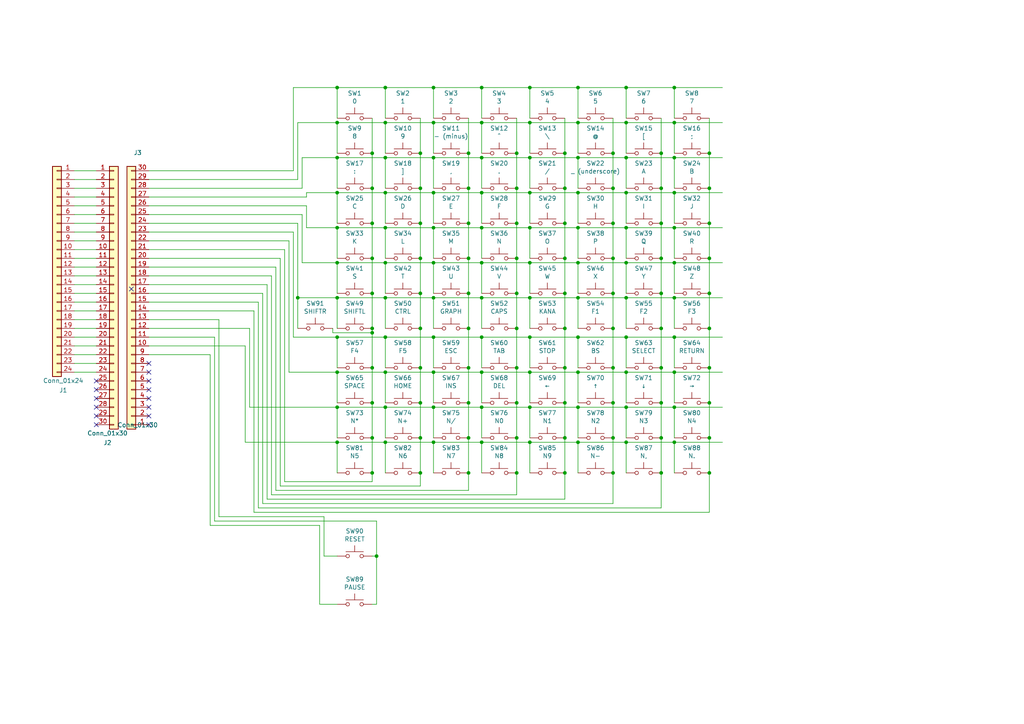
<source format=kicad_sch>
(kicad_sch (version 20210621) (generator eeschema)
  (paper "A4")
  (title_block (title "HB-F1XD keyboard"))
  (lib_symbols
    (symbol "Connector_Generic:Conn_01x24" (pin_names (offset 1.016) hide)
      (property "Reference" "J" (at 0 30.48 0))
      (property "Value" "Conn_01x24" (at 0 -33.02 0))
      (symbol "Conn_01x24_1_1"
        (pin passive line (at -5.08 27.94 0) (length 3.81) (name "Pin_1") (number "1"))
        (pin passive line (at -5.08 5.08 0) (length 3.81) (name "Pin_10") (number "10"))
        (pin passive line (at -5.08 2.54 0) (length 3.81) (name "Pin_11") (number "11"))
        (pin passive line (at -5.08 0 0) (length 3.81) (name "Pin_12") (number "12"))
        (pin passive line (at -5.08 -2.54 0) (length 3.81) (name "Pin_13") (number "13"))
        (pin passive line (at -5.08 -5.08 0) (length 3.81) (name "Pin_14") (number "14"))
        (pin passive line (at -5.08 -7.62 0) (length 3.81) (name "Pin_15") (number "15"))
        (pin passive line (at -5.08 -10.16 0) (length 3.81) (name "Pin_16") (number "16"))
        (pin passive line (at -5.08 -12.7 0) (length 3.81) (name "Pin_17") (number "17"))
        (pin passive line (at -5.08 -15.24 0) (length 3.81) (name "Pin_18") (number "18"))
        (pin passive line (at -5.08 -17.78 0) (length 3.81) (name "Pin_19") (number "19"))
        (pin passive line (at -5.08 25.4 0) (length 3.81) (name "Pin_2") (number "2"))
        (pin passive line (at -5.08 -20.32 0) (length 3.81) (name "Pin_20") (number "20"))
        (pin passive line (at -5.08 -22.86 0) (length 3.81) (name "Pin_21") (number "21"))
        (pin passive line (at -5.08 -25.4 0) (length 3.81) (name "Pin_22") (number "22"))
        (pin passive line (at -5.08 -27.94 0) (length 3.81) (name "Pin_23") (number "23"))
        (pin passive line (at -5.08 -30.48 0) (length 3.81) (name "Pin_24") (number "24"))
        (pin passive line (at -5.08 22.86 0) (length 3.81) (name "Pin_3") (number "3"))
        (pin passive line (at -5.08 20.32 0) (length 3.81) (name "Pin_4") (number "4"))
        (pin passive line (at -5.08 17.78 0) (length 3.81) (name "Pin_5") (number "5"))
        (pin passive line (at -5.08 15.24 0) (length 3.81) (name "Pin_6") (number "6"))
        (pin passive line (at -5.08 12.7 0) (length 3.81) (name "Pin_7") (number "7"))
        (pin passive line (at -5.08 10.16 0) (length 3.81) (name "Pin_8") (number "8"))
        (pin passive line (at -5.08 7.62 0) (length 3.81) (name "Pin_9") (number "9"))
      )
    )
    (symbol "Connector_Generic:Conn_01x30" (pin_names (offset 1.016) hide)
      (property "Reference" "J" (at 0 38.1 0))
      (property "Value" "Conn_01x30" (at 0 -40.64 0))
      (symbol "Conn_01x30_1_1"
        (pin passive line (at -5.08 35.56 0) (length 3.81) (name "Pin_1") (number "1"))
        (pin passive line (at -5.08 12.7 0) (length 3.81) (name "Pin_10") (number "10"))
        (pin passive line (at -5.08 10.16 0) (length 3.81) (name "Pin_11") (number "11"))
        (pin passive line (at -5.08 7.62 0) (length 3.81) (name "Pin_12") (number "12"))
        (pin passive line (at -5.08 5.08 0) (length 3.81) (name "Pin_13") (number "13"))
        (pin passive line (at -5.08 2.54 0) (length 3.81) (name "Pin_14") (number "14"))
        (pin passive line (at -5.08 0 0) (length 3.81) (name "Pin_15") (number "15"))
        (pin passive line (at -5.08 -2.54 0) (length 3.81) (name "Pin_16") (number "16"))
        (pin passive line (at -5.08 -5.08 0) (length 3.81) (name "Pin_17") (number "17"))
        (pin passive line (at -5.08 -7.62 0) (length 3.81) (name "Pin_18") (number "18"))
        (pin passive line (at -5.08 -10.16 0) (length 3.81) (name "Pin_19") (number "19"))
        (pin passive line (at -5.08 33.02 0) (length 3.81) (name "Pin_2") (number "2"))
        (pin passive line (at -5.08 -12.7 0) (length 3.81) (name "Pin_20") (number "20"))
        (pin passive line (at -5.08 -15.24 0) (length 3.81) (name "Pin_21") (number "21"))
        (pin passive line (at -5.08 -17.78 0) (length 3.81) (name "Pin_22") (number "22"))
        (pin passive line (at -5.08 -20.32 0) (length 3.81) (name "Pin_23") (number "23"))
        (pin passive line (at -5.08 -22.86 0) (length 3.81) (name "Pin_24") (number "24"))
        (pin passive line (at -5.08 -25.4 0) (length 3.81) (name "Pin_25") (number "25"))
        (pin passive line (at -5.08 -27.94 0) (length 3.81) (name "Pin_26") (number "26"))
        (pin passive line (at -5.08 -30.48 0) (length 3.81) (name "Pin_27") (number "27"))
        (pin passive line (at -5.08 -33.02 0) (length 3.81) (name "Pin_28") (number "28"))
        (pin passive line (at -5.08 -35.56 0) (length 3.81) (name "Pin_29") (number "29"))
        (pin passive line (at -5.08 30.48 0) (length 3.81) (name "Pin_3") (number "3"))
        (pin passive line (at -5.08 -38.1 0) (length 3.81) (name "Pin_30") (number "30"))
        (pin passive line (at -5.08 27.94 0) (length 3.81) (name "Pin_4") (number "4"))
        (pin passive line (at -5.08 25.4 0) (length 3.81) (name "Pin_5") (number "5"))
        (pin passive line (at -5.08 22.86 0) (length 3.81) (name "Pin_6") (number "6"))
        (pin passive line (at -5.08 20.32 0) (length 3.81) (name "Pin_7") (number "7"))
        (pin passive line (at -5.08 17.78 0) (length 3.81) (name "Pin_8") (number "8"))
        (pin passive line (at -5.08 15.24 0) (length 3.81) (name "Pin_9") (number "9"))
      )
    )
    (symbol "Switch:SW_Push" (pin_numbers hide) (pin_names (offset 1.016) hide)
      (property "Reference" "SW" (at 1.27 2.54 0))
      (property "Value" "Switch_SW_Push" (at 0 -1.524 0))
      (symbol "SW_Push_0_1"
        (pin passive line (at -5.08 0 0) (length 2.54) (name "1") (number "1"))
        (pin passive line (at 5.08 0 180) (length 2.54) (name "2") (number "2"))
      )
    )
  )
  (junction (at 86.36 86.36))
  (junction (at 97.79 25.4))
  (junction (at 97.79 35.56))
  (junction (at 97.79 45.72))
  (junction (at 97.79 55.88))
  (junction (at 97.79 66.04))
  (junction (at 97.79 76.2))
  (junction (at 97.79 86.36))
  (junction (at 97.79 97.79))
  (junction (at 97.79 107.95))
  (junction (at 97.79 118.11))
  (junction (at 97.79 128.27))
  (junction (at 107.95 44.45))
  (junction (at 107.95 54.61))
  (junction (at 107.95 64.77))
  (junction (at 107.95 74.93))
  (junction (at 107.95 85.09))
  (junction (at 107.95 95.25))
  (junction (at 107.95 96.52))
  (junction (at 107.95 106.68))
  (junction (at 107.95 116.84))
  (junction (at 107.95 127))
  (junction (at 107.95 137.16))
  (junction (at 109.22 161.29))
  (junction (at 111.76 25.4))
  (junction (at 111.76 35.56))
  (junction (at 111.76 45.72))
  (junction (at 111.76 55.88))
  (junction (at 111.76 66.04))
  (junction (at 111.76 76.2))
  (junction (at 111.76 86.36))
  (junction (at 111.76 97.79))
  (junction (at 111.76 107.95))
  (junction (at 111.76 118.11))
  (junction (at 111.76 128.27))
  (junction (at 121.92 44.45))
  (junction (at 121.92 54.61))
  (junction (at 121.92 64.77))
  (junction (at 121.92 74.93))
  (junction (at 121.92 85.09))
  (junction (at 121.92 95.25))
  (junction (at 121.92 106.68))
  (junction (at 121.92 116.84))
  (junction (at 121.92 127))
  (junction (at 121.92 137.16))
  (junction (at 125.73 25.4))
  (junction (at 125.73 35.56))
  (junction (at 125.73 45.72))
  (junction (at 125.73 55.88))
  (junction (at 125.73 66.04))
  (junction (at 125.73 76.2))
  (junction (at 125.73 86.36))
  (junction (at 125.73 97.79))
  (junction (at 125.73 107.95))
  (junction (at 125.73 118.11))
  (junction (at 125.73 128.27))
  (junction (at 135.89 44.45))
  (junction (at 135.89 54.61))
  (junction (at 135.89 64.77))
  (junction (at 135.89 74.93))
  (junction (at 135.89 85.09))
  (junction (at 135.89 95.25))
  (junction (at 135.89 106.68))
  (junction (at 135.89 116.84))
  (junction (at 135.89 127))
  (junction (at 135.89 137.16))
  (junction (at 139.7 25.4))
  (junction (at 139.7 35.56))
  (junction (at 139.7 45.72))
  (junction (at 139.7 55.88))
  (junction (at 139.7 66.04))
  (junction (at 139.7 76.2))
  (junction (at 139.7 86.36))
  (junction (at 139.7 97.79))
  (junction (at 139.7 107.95))
  (junction (at 139.7 118.11))
  (junction (at 139.7 128.27))
  (junction (at 149.86 44.45))
  (junction (at 149.86 54.61))
  (junction (at 149.86 64.77))
  (junction (at 149.86 74.93))
  (junction (at 149.86 85.09))
  (junction (at 149.86 95.25))
  (junction (at 149.86 106.68))
  (junction (at 149.86 116.84))
  (junction (at 149.86 127))
  (junction (at 149.86 137.16))
  (junction (at 153.67 25.4))
  (junction (at 153.67 35.56))
  (junction (at 153.67 45.72))
  (junction (at 153.67 55.88))
  (junction (at 153.67 66.04))
  (junction (at 153.67 76.2))
  (junction (at 153.67 86.36))
  (junction (at 153.67 97.79))
  (junction (at 153.67 107.95))
  (junction (at 153.67 118.11))
  (junction (at 153.67 128.27))
  (junction (at 163.83 44.45))
  (junction (at 163.83 54.61))
  (junction (at 163.83 64.77))
  (junction (at 163.83 74.93))
  (junction (at 163.83 85.09))
  (junction (at 163.83 95.25))
  (junction (at 163.83 106.68))
  (junction (at 163.83 116.84))
  (junction (at 163.83 127))
  (junction (at 163.83 137.16))
  (junction (at 167.64 25.4))
  (junction (at 167.64 35.56))
  (junction (at 167.64 45.72))
  (junction (at 167.64 55.88))
  (junction (at 167.64 66.04))
  (junction (at 167.64 76.2))
  (junction (at 167.64 86.36))
  (junction (at 167.64 97.79))
  (junction (at 167.64 107.95))
  (junction (at 167.64 118.11))
  (junction (at 167.64 128.27))
  (junction (at 177.8 44.45))
  (junction (at 177.8 54.61))
  (junction (at 177.8 64.77))
  (junction (at 177.8 74.93))
  (junction (at 177.8 85.09))
  (junction (at 177.8 95.25))
  (junction (at 177.8 106.68))
  (junction (at 177.8 116.84))
  (junction (at 177.8 127))
  (junction (at 177.8 137.16))
  (junction (at 181.61 25.4))
  (junction (at 181.61 35.56))
  (junction (at 181.61 45.72))
  (junction (at 181.61 55.88))
  (junction (at 181.61 66.04))
  (junction (at 181.61 76.2))
  (junction (at 181.61 86.36))
  (junction (at 181.61 97.79))
  (junction (at 181.61 107.95))
  (junction (at 181.61 118.11))
  (junction (at 181.61 128.27))
  (junction (at 191.77 44.45))
  (junction (at 191.77 54.61))
  (junction (at 191.77 64.77))
  (junction (at 191.77 74.93))
  (junction (at 191.77 85.09))
  (junction (at 191.77 95.25))
  (junction (at 191.77 106.68))
  (junction (at 191.77 116.84))
  (junction (at 191.77 127))
  (junction (at 191.77 137.16))
  (junction (at 195.58 25.4))
  (junction (at 195.58 35.56))
  (junction (at 195.58 45.72))
  (junction (at 195.58 55.88))
  (junction (at 195.58 66.04))
  (junction (at 195.58 76.2))
  (junction (at 195.58 86.36))
  (junction (at 195.58 97.79))
  (junction (at 195.58 107.95))
  (junction (at 195.58 118.11))
  (junction (at 195.58 128.27))
  (junction (at 205.74 44.45))
  (junction (at 205.74 54.61))
  (junction (at 205.74 64.77))
  (junction (at 205.74 74.93))
  (junction (at 205.74 85.09))
  (junction (at 205.74 95.25))
  (junction (at 205.74 106.68))
  (junction (at 205.74 116.84))
  (junction (at 205.74 127))
  (junction (at 205.74 137.16))
  (no_connect (at 27.94 110.49))
  (no_connect (at 27.94 113.03))
  (no_connect (at 27.94 115.57))
  (no_connect (at 27.94 118.11))
  (no_connect (at 27.94 120.65))
  (no_connect (at 27.94 123.19))
  (no_connect (at 38.1 83.82))
  (no_connect (at 43.18 105.41))
  (no_connect (at 43.18 107.95))
  (no_connect (at 43.18 110.49))
  (no_connect (at 43.18 113.03))
  (no_connect (at 43.18 115.57))
  (no_connect (at 43.18 118.11))
  (no_connect (at 43.18 120.65))
  (no_connect (at 43.18 123.19))
  (wire (pts (xy 21.59 49.53) (xy 27.94 49.53)))
  (wire (pts (xy 21.59 52.07) (xy 27.94 52.07)))
  (wire (pts (xy 21.59 54.61) (xy 27.94 54.61)))
  (wire (pts (xy 21.59 57.15) (xy 27.94 57.15)))
  (wire (pts (xy 21.59 59.69) (xy 27.94 59.69)))
  (wire (pts (xy 21.59 62.23) (xy 27.94 62.23)))
  (wire (pts (xy 21.59 64.77) (xy 27.94 64.77)))
  (wire (pts (xy 21.59 67.31) (xy 27.94 67.31)))
  (wire (pts (xy 21.59 69.85) (xy 27.94 69.85)))
  (wire (pts (xy 21.59 72.39) (xy 27.94 72.39)))
  (wire (pts (xy 21.59 74.93) (xy 27.94 74.93)))
  (wire (pts (xy 21.59 77.47) (xy 27.94 77.47)))
  (wire (pts (xy 21.59 80.01) (xy 27.94 80.01)))
  (wire (pts (xy 21.59 82.55) (xy 27.94 82.55)))
  (wire (pts (xy 21.59 85.09) (xy 27.94 85.09)))
  (wire (pts (xy 21.59 87.63) (xy 27.94 87.63)))
  (wire (pts (xy 21.59 90.17) (xy 27.94 90.17)))
  (wire (pts (xy 21.59 92.71) (xy 27.94 92.71)))
  (wire (pts (xy 21.59 95.25) (xy 27.94 95.25)))
  (wire (pts (xy 21.59 97.79) (xy 27.94 97.79)))
  (wire (pts (xy 21.59 100.33) (xy 27.94 100.33)))
  (wire (pts (xy 21.59 102.87) (xy 27.94 102.87)))
  (wire (pts (xy 21.59 105.41) (xy 27.94 105.41)))
  (wire (pts (xy 21.59 107.95) (xy 27.94 107.95)))
  (wire (pts (xy 43.18 49.53) (xy 85.09 49.53)))
  (wire (pts (xy 43.18 52.07) (xy 86.36 52.07)))
  (wire (pts (xy 43.18 54.61) (xy 87.63 54.61)))
  (wire (pts (xy 43.18 57.15) (xy 88.9 57.15)))
  (wire (pts (xy 43.18 59.69) (xy 88.9 59.69)))
  (wire (pts (xy 43.18 62.23) (xy 87.63 62.23)))
  (wire (pts (xy 43.18 64.77) (xy 86.36 64.77)))
  (wire (pts (xy 43.18 67.31) (xy 85.09 67.31)))
  (wire (pts (xy 43.18 69.85) (xy 83.82 69.85)))
  (wire (pts (xy 43.18 87.63) (xy 74.93 87.63)))
  (wire (pts (xy 43.18 92.71) (xy 63.5 92.71)))
  (wire (pts (xy 43.18 95.25) (xy 72.39 95.25)))
  (wire (pts (xy 43.18 97.79) (xy 62.23 97.79)))
  (wire (pts (xy 43.18 100.33) (xy 71.12 100.33)))
  (wire (pts (xy 43.18 102.87) (xy 60.96 102.87)))
  (wire (pts (xy 60.96 102.87) (xy 60.96 152.4)))
  (wire (pts (xy 62.23 97.79) (xy 62.23 151.13)))
  (wire (pts (xy 62.23 151.13) (xy 109.22 151.13)))
  (wire (pts (xy 63.5 92.71) (xy 63.5 149.86)))
  (wire (pts (xy 63.5 149.86) (xy 93.98 149.86)))
  (wire (pts (xy 71.12 100.33) (xy 71.12 128.27)))
  (wire (pts (xy 71.12 128.27) (xy 97.79 128.27)))
  (wire (pts (xy 72.39 95.25) (xy 72.39 118.11)))
  (wire (pts (xy 72.39 118.11) (xy 97.79 118.11)))
  (wire (pts (xy 73.66 90.17) (xy 43.18 90.17)))
  (wire (pts (xy 73.66 148.59) (xy 73.66 90.17)))
  (wire (pts (xy 74.93 87.63) (xy 74.93 147.32)))
  (wire (pts (xy 74.93 147.32) (xy 191.77 147.32)))
  (wire (pts (xy 76.2 85.09) (xy 43.18 85.09)))
  (wire (pts (xy 76.2 146.05) (xy 76.2 85.09)))
  (wire (pts (xy 77.47 82.55) (xy 43.18 82.55)))
  (wire (pts (xy 77.47 144.78) (xy 77.47 82.55)))
  (wire (pts (xy 78.74 80.01) (xy 43.18 80.01)))
  (wire (pts (xy 78.74 143.51) (xy 78.74 80.01)))
  (wire (pts (xy 80.01 77.47) (xy 43.18 77.47)))
  (wire (pts (xy 80.01 142.24) (xy 80.01 77.47)))
  (wire (pts (xy 81.28 74.93) (xy 43.18 74.93)))
  (wire (pts (xy 81.28 140.97) (xy 81.28 74.93)))
  (wire (pts (xy 82.55 72.39) (xy 43.18 72.39)))
  (wire (pts (xy 82.55 139.7) (xy 82.55 72.39)))
  (wire (pts (xy 83.82 69.85) (xy 83.82 107.95)))
  (wire (pts (xy 83.82 107.95) (xy 97.79 107.95)))
  (wire (pts (xy 85.09 25.4) (xy 97.79 25.4)))
  (wire (pts (xy 85.09 49.53) (xy 85.09 25.4)))
  (wire (pts (xy 85.09 67.31) (xy 85.09 97.79)))
  (wire (pts (xy 85.09 97.79) (xy 97.79 97.79)))
  (wire (pts (xy 86.36 35.56) (xy 97.79 35.56)))
  (wire (pts (xy 86.36 52.07) (xy 86.36 35.56)))
  (wire (pts (xy 86.36 64.77) (xy 86.36 86.36)))
  (wire (pts (xy 86.36 86.36) (xy 97.79 86.36)))
  (wire (pts (xy 86.36 95.25) (xy 86.36 86.36)))
  (wire (pts (xy 87.63 45.72) (xy 97.79 45.72)))
  (wire (pts (xy 87.63 54.61) (xy 87.63 45.72)))
  (wire (pts (xy 87.63 62.23) (xy 87.63 76.2)))
  (wire (pts (xy 87.63 76.2) (xy 97.79 76.2)))
  (wire (pts (xy 88.9 55.88) (xy 97.79 55.88)))
  (wire (pts (xy 88.9 57.15) (xy 88.9 55.88)))
  (wire (pts (xy 88.9 59.69) (xy 88.9 66.04)))
  (wire (pts (xy 88.9 66.04) (xy 97.79 66.04)))
  (wire (pts (xy 92.71 152.4) (xy 60.96 152.4)))
  (wire (pts (xy 92.71 152.4) (xy 92.71 175.26)))
  (wire (pts (xy 92.71 175.26) (xy 97.79 175.26)))
  (wire (pts (xy 93.98 161.29) (xy 93.98 149.86)))
  (wire (pts (xy 96.52 95.25) (xy 96.52 96.52)))
  (wire (pts (xy 96.52 96.52) (xy 107.95 96.52)))
  (wire (pts (xy 97.79 25.4) (xy 111.76 25.4)))
  (wire (pts (xy 97.79 34.29) (xy 97.79 25.4)))
  (wire (pts (xy 97.79 35.56) (xy 111.76 35.56)))
  (wire (pts (xy 97.79 44.45) (xy 97.79 35.56)))
  (wire (pts (xy 97.79 45.72) (xy 111.76 45.72)))
  (wire (pts (xy 97.79 54.61) (xy 97.79 45.72)))
  (wire (pts (xy 97.79 55.88) (xy 111.76 55.88)))
  (wire (pts (xy 97.79 64.77) (xy 97.79 55.88)))
  (wire (pts (xy 97.79 66.04) (xy 111.76 66.04)))
  (wire (pts (xy 97.79 74.93) (xy 97.79 66.04)))
  (wire (pts (xy 97.79 76.2) (xy 111.76 76.2)))
  (wire (pts (xy 97.79 85.09) (xy 97.79 76.2)))
  (wire (pts (xy 97.79 86.36) (xy 111.76 86.36)))
  (wire (pts (xy 97.79 95.25) (xy 97.79 86.36)))
  (wire (pts (xy 97.79 97.79) (xy 111.76 97.79)))
  (wire (pts (xy 97.79 106.68) (xy 97.79 97.79)))
  (wire (pts (xy 97.79 107.95) (xy 111.76 107.95)))
  (wire (pts (xy 97.79 116.84) (xy 97.79 107.95)))
  (wire (pts (xy 97.79 118.11) (xy 111.76 118.11)))
  (wire (pts (xy 97.79 127) (xy 97.79 118.11)))
  (wire (pts (xy 97.79 128.27) (xy 111.76 128.27)))
  (wire (pts (xy 97.79 137.16) (xy 97.79 128.27)))
  (wire (pts (xy 97.79 161.29) (xy 93.98 161.29)))
  (wire (pts (xy 107.95 34.29) (xy 107.95 44.45)))
  (wire (pts (xy 107.95 44.45) (xy 107.95 54.61)))
  (wire (pts (xy 107.95 54.61) (xy 107.95 64.77)))
  (wire (pts (xy 107.95 64.77) (xy 107.95 74.93)))
  (wire (pts (xy 107.95 74.93) (xy 107.95 85.09)))
  (wire (pts (xy 107.95 85.09) (xy 107.95 95.25)))
  (wire (pts (xy 107.95 95.25) (xy 107.95 96.52)))
  (wire (pts (xy 107.95 96.52) (xy 107.95 106.68)))
  (wire (pts (xy 107.95 106.68) (xy 107.95 116.84)))
  (wire (pts (xy 107.95 116.84) (xy 107.95 127)))
  (wire (pts (xy 107.95 127) (xy 107.95 137.16)))
  (wire (pts (xy 107.95 137.16) (xy 107.95 139.7)))
  (wire (pts (xy 107.95 139.7) (xy 82.55 139.7)))
  (wire (pts (xy 107.95 161.29) (xy 109.22 161.29)))
  (wire (pts (xy 107.95 175.26) (xy 109.22 175.26)))
  (wire (pts (xy 109.22 151.13) (xy 109.22 161.29)))
  (wire (pts (xy 109.22 175.26) (xy 109.22 161.29)))
  (wire (pts (xy 111.76 25.4) (xy 125.73 25.4)))
  (wire (pts (xy 111.76 34.29) (xy 111.76 25.4)))
  (wire (pts (xy 111.76 35.56) (xy 125.73 35.56)))
  (wire (pts (xy 111.76 44.45) (xy 111.76 35.56)))
  (wire (pts (xy 111.76 45.72) (xy 125.73 45.72)))
  (wire (pts (xy 111.76 54.61) (xy 111.76 45.72)))
  (wire (pts (xy 111.76 55.88) (xy 125.73 55.88)))
  (wire (pts (xy 111.76 64.77) (xy 111.76 55.88)))
  (wire (pts (xy 111.76 66.04) (xy 125.73 66.04)))
  (wire (pts (xy 111.76 74.93) (xy 111.76 66.04)))
  (wire (pts (xy 111.76 76.2) (xy 125.73 76.2)))
  (wire (pts (xy 111.76 85.09) (xy 111.76 76.2)))
  (wire (pts (xy 111.76 86.36) (xy 125.73 86.36)))
  (wire (pts (xy 111.76 95.25) (xy 111.76 86.36)))
  (wire (pts (xy 111.76 97.79) (xy 125.73 97.79)))
  (wire (pts (xy 111.76 106.68) (xy 111.76 97.79)))
  (wire (pts (xy 111.76 107.95) (xy 125.73 107.95)))
  (wire (pts (xy 111.76 116.84) (xy 111.76 107.95)))
  (wire (pts (xy 111.76 118.11) (xy 125.73 118.11)))
  (wire (pts (xy 111.76 127) (xy 111.76 118.11)))
  (wire (pts (xy 111.76 128.27) (xy 125.73 128.27)))
  (wire (pts (xy 111.76 137.16) (xy 111.76 128.27)))
  (wire (pts (xy 121.92 34.29) (xy 121.92 44.45)))
  (wire (pts (xy 121.92 44.45) (xy 121.92 54.61)))
  (wire (pts (xy 121.92 54.61) (xy 121.92 64.77)))
  (wire (pts (xy 121.92 64.77) (xy 121.92 74.93)))
  (wire (pts (xy 121.92 74.93) (xy 121.92 85.09)))
  (wire (pts (xy 121.92 85.09) (xy 121.92 95.25)))
  (wire (pts (xy 121.92 95.25) (xy 121.92 106.68)))
  (wire (pts (xy 121.92 106.68) (xy 121.92 116.84)))
  (wire (pts (xy 121.92 116.84) (xy 121.92 127)))
  (wire (pts (xy 121.92 127) (xy 121.92 137.16)))
  (wire (pts (xy 121.92 137.16) (xy 121.92 140.97)))
  (wire (pts (xy 121.92 140.97) (xy 81.28 140.97)))
  (wire (pts (xy 125.73 25.4) (xy 139.7 25.4)))
  (wire (pts (xy 125.73 34.29) (xy 125.73 25.4)))
  (wire (pts (xy 125.73 35.56) (xy 139.7 35.56)))
  (wire (pts (xy 125.73 44.45) (xy 125.73 35.56)))
  (wire (pts (xy 125.73 45.72) (xy 139.7 45.72)))
  (wire (pts (xy 125.73 54.61) (xy 125.73 45.72)))
  (wire (pts (xy 125.73 55.88) (xy 139.7 55.88)))
  (wire (pts (xy 125.73 64.77) (xy 125.73 55.88)))
  (wire (pts (xy 125.73 66.04) (xy 139.7 66.04)))
  (wire (pts (xy 125.73 74.93) (xy 125.73 66.04)))
  (wire (pts (xy 125.73 76.2) (xy 139.7 76.2)))
  (wire (pts (xy 125.73 85.09) (xy 125.73 76.2)))
  (wire (pts (xy 125.73 86.36) (xy 139.7 86.36)))
  (wire (pts (xy 125.73 95.25) (xy 125.73 86.36)))
  (wire (pts (xy 125.73 97.79) (xy 139.7 97.79)))
  (wire (pts (xy 125.73 106.68) (xy 125.73 97.79)))
  (wire (pts (xy 125.73 107.95) (xy 139.7 107.95)))
  (wire (pts (xy 125.73 116.84) (xy 125.73 107.95)))
  (wire (pts (xy 125.73 118.11) (xy 139.7 118.11)))
  (wire (pts (xy 125.73 127) (xy 125.73 118.11)))
  (wire (pts (xy 125.73 128.27) (xy 139.7 128.27)))
  (wire (pts (xy 125.73 137.16) (xy 125.73 128.27)))
  (wire (pts (xy 135.89 34.29) (xy 135.89 44.45)))
  (wire (pts (xy 135.89 44.45) (xy 135.89 54.61)))
  (wire (pts (xy 135.89 54.61) (xy 135.89 64.77)))
  (wire (pts (xy 135.89 64.77) (xy 135.89 74.93)))
  (wire (pts (xy 135.89 74.93) (xy 135.89 85.09)))
  (wire (pts (xy 135.89 85.09) (xy 135.89 95.25)))
  (wire (pts (xy 135.89 95.25) (xy 135.89 106.68)))
  (wire (pts (xy 135.89 106.68) (xy 135.89 116.84)))
  (wire (pts (xy 135.89 116.84) (xy 135.89 127)))
  (wire (pts (xy 135.89 127) (xy 135.89 137.16)))
  (wire (pts (xy 135.89 137.16) (xy 135.89 142.24)))
  (wire (pts (xy 135.89 142.24) (xy 80.01 142.24)))
  (wire (pts (xy 139.7 25.4) (xy 153.67 25.4)))
  (wire (pts (xy 139.7 34.29) (xy 139.7 25.4)))
  (wire (pts (xy 139.7 35.56) (xy 153.67 35.56)))
  (wire (pts (xy 139.7 44.45) (xy 139.7 35.56)))
  (wire (pts (xy 139.7 45.72) (xy 153.67 45.72)))
  (wire (pts (xy 139.7 54.61) (xy 139.7 45.72)))
  (wire (pts (xy 139.7 55.88) (xy 153.67 55.88)))
  (wire (pts (xy 139.7 64.77) (xy 139.7 55.88)))
  (wire (pts (xy 139.7 66.04) (xy 153.67 66.04)))
  (wire (pts (xy 139.7 74.93) (xy 139.7 66.04)))
  (wire (pts (xy 139.7 76.2) (xy 153.67 76.2)))
  (wire (pts (xy 139.7 85.09) (xy 139.7 76.2)))
  (wire (pts (xy 139.7 86.36) (xy 153.67 86.36)))
  (wire (pts (xy 139.7 95.25) (xy 139.7 86.36)))
  (wire (pts (xy 139.7 97.79) (xy 153.67 97.79)))
  (wire (pts (xy 139.7 106.68) (xy 139.7 97.79)))
  (wire (pts (xy 139.7 107.95) (xy 153.67 107.95)))
  (wire (pts (xy 139.7 116.84) (xy 139.7 107.95)))
  (wire (pts (xy 139.7 118.11) (xy 153.67 118.11)))
  (wire (pts (xy 139.7 127) (xy 139.7 118.11)))
  (wire (pts (xy 139.7 128.27) (xy 153.67 128.27)))
  (wire (pts (xy 139.7 137.16) (xy 139.7 128.27)))
  (wire (pts (xy 149.86 34.29) (xy 149.86 44.45)))
  (wire (pts (xy 149.86 44.45) (xy 149.86 54.61)))
  (wire (pts (xy 149.86 54.61) (xy 149.86 64.77)))
  (wire (pts (xy 149.86 64.77) (xy 149.86 74.93)))
  (wire (pts (xy 149.86 74.93) (xy 149.86 85.09)))
  (wire (pts (xy 149.86 85.09) (xy 149.86 95.25)))
  (wire (pts (xy 149.86 95.25) (xy 149.86 106.68)))
  (wire (pts (xy 149.86 106.68) (xy 149.86 116.84)))
  (wire (pts (xy 149.86 116.84) (xy 149.86 127)))
  (wire (pts (xy 149.86 127) (xy 149.86 137.16)))
  (wire (pts (xy 149.86 137.16) (xy 149.86 143.51)))
  (wire (pts (xy 149.86 143.51) (xy 78.74 143.51)))
  (wire (pts (xy 153.67 25.4) (xy 167.64 25.4)))
  (wire (pts (xy 153.67 34.29) (xy 153.67 25.4)))
  (wire (pts (xy 153.67 35.56) (xy 167.64 35.56)))
  (wire (pts (xy 153.67 44.45) (xy 153.67 35.56)))
  (wire (pts (xy 153.67 45.72) (xy 167.64 45.72)))
  (wire (pts (xy 153.67 54.61) (xy 153.67 45.72)))
  (wire (pts (xy 153.67 55.88) (xy 167.64 55.88)))
  (wire (pts (xy 153.67 64.77) (xy 153.67 55.88)))
  (wire (pts (xy 153.67 66.04) (xy 167.64 66.04)))
  (wire (pts (xy 153.67 74.93) (xy 153.67 66.04)))
  (wire (pts (xy 153.67 76.2) (xy 167.64 76.2)))
  (wire (pts (xy 153.67 85.09) (xy 153.67 76.2)))
  (wire (pts (xy 153.67 86.36) (xy 167.64 86.36)))
  (wire (pts (xy 153.67 95.25) (xy 153.67 86.36)))
  (wire (pts (xy 153.67 97.79) (xy 167.64 97.79)))
  (wire (pts (xy 153.67 106.68) (xy 153.67 97.79)))
  (wire (pts (xy 153.67 107.95) (xy 167.64 107.95)))
  (wire (pts (xy 153.67 116.84) (xy 153.67 107.95)))
  (wire (pts (xy 153.67 118.11) (xy 167.64 118.11)))
  (wire (pts (xy 153.67 127) (xy 153.67 118.11)))
  (wire (pts (xy 153.67 128.27) (xy 167.64 128.27)))
  (wire (pts (xy 153.67 137.16) (xy 153.67 128.27)))
  (wire (pts (xy 163.83 34.29) (xy 163.83 44.45)))
  (wire (pts (xy 163.83 44.45) (xy 163.83 54.61)))
  (wire (pts (xy 163.83 54.61) (xy 163.83 64.77)))
  (wire (pts (xy 163.83 64.77) (xy 163.83 74.93)))
  (wire (pts (xy 163.83 74.93) (xy 163.83 85.09)))
  (wire (pts (xy 163.83 85.09) (xy 163.83 95.25)))
  (wire (pts (xy 163.83 95.25) (xy 163.83 106.68)))
  (wire (pts (xy 163.83 106.68) (xy 163.83 116.84)))
  (wire (pts (xy 163.83 116.84) (xy 163.83 127)))
  (wire (pts (xy 163.83 127) (xy 163.83 137.16)))
  (wire (pts (xy 163.83 137.16) (xy 163.83 144.78)))
  (wire (pts (xy 163.83 144.78) (xy 77.47 144.78)))
  (wire (pts (xy 167.64 25.4) (xy 181.61 25.4)))
  (wire (pts (xy 167.64 34.29) (xy 167.64 25.4)))
  (wire (pts (xy 167.64 35.56) (xy 181.61 35.56)))
  (wire (pts (xy 167.64 44.45) (xy 167.64 35.56)))
  (wire (pts (xy 167.64 45.72) (xy 181.61 45.72)))
  (wire (pts (xy 167.64 54.61) (xy 167.64 45.72)))
  (wire (pts (xy 167.64 55.88) (xy 181.61 55.88)))
  (wire (pts (xy 167.64 64.77) (xy 167.64 55.88)))
  (wire (pts (xy 167.64 66.04) (xy 181.61 66.04)))
  (wire (pts (xy 167.64 74.93) (xy 167.64 66.04)))
  (wire (pts (xy 167.64 76.2) (xy 181.61 76.2)))
  (wire (pts (xy 167.64 85.09) (xy 167.64 76.2)))
  (wire (pts (xy 167.64 86.36) (xy 181.61 86.36)))
  (wire (pts (xy 167.64 95.25) (xy 167.64 86.36)))
  (wire (pts (xy 167.64 97.79) (xy 181.61 97.79)))
  (wire (pts (xy 167.64 106.68) (xy 167.64 97.79)))
  (wire (pts (xy 167.64 107.95) (xy 181.61 107.95)))
  (wire (pts (xy 167.64 116.84) (xy 167.64 107.95)))
  (wire (pts (xy 167.64 118.11) (xy 181.61 118.11)))
  (wire (pts (xy 167.64 127) (xy 167.64 118.11)))
  (wire (pts (xy 167.64 128.27) (xy 181.61 128.27)))
  (wire (pts (xy 167.64 137.16) (xy 167.64 128.27)))
  (wire (pts (xy 177.8 34.29) (xy 177.8 44.45)))
  (wire (pts (xy 177.8 44.45) (xy 177.8 54.61)))
  (wire (pts (xy 177.8 54.61) (xy 177.8 64.77)))
  (wire (pts (xy 177.8 64.77) (xy 177.8 74.93)))
  (wire (pts (xy 177.8 74.93) (xy 177.8 85.09)))
  (wire (pts (xy 177.8 85.09) (xy 177.8 95.25)))
  (wire (pts (xy 177.8 95.25) (xy 177.8 106.68)))
  (wire (pts (xy 177.8 106.68) (xy 177.8 116.84)))
  (wire (pts (xy 177.8 116.84) (xy 177.8 127)))
  (wire (pts (xy 177.8 127) (xy 177.8 137.16)))
  (wire (pts (xy 177.8 137.16) (xy 177.8 146.05)))
  (wire (pts (xy 177.8 146.05) (xy 76.2 146.05)))
  (wire (pts (xy 181.61 25.4) (xy 195.58 25.4)))
  (wire (pts (xy 181.61 34.29) (xy 181.61 25.4)))
  (wire (pts (xy 181.61 35.56) (xy 195.58 35.56)))
  (wire (pts (xy 181.61 44.45) (xy 181.61 35.56)))
  (wire (pts (xy 181.61 45.72) (xy 195.58 45.72)))
  (wire (pts (xy 181.61 54.61) (xy 181.61 45.72)))
  (wire (pts (xy 181.61 55.88) (xy 195.58 55.88)))
  (wire (pts (xy 181.61 64.77) (xy 181.61 55.88)))
  (wire (pts (xy 181.61 66.04) (xy 195.58 66.04)))
  (wire (pts (xy 181.61 74.93) (xy 181.61 66.04)))
  (wire (pts (xy 181.61 76.2) (xy 195.58 76.2)))
  (wire (pts (xy 181.61 85.09) (xy 181.61 76.2)))
  (wire (pts (xy 181.61 86.36) (xy 195.58 86.36)))
  (wire (pts (xy 181.61 95.25) (xy 181.61 86.36)))
  (wire (pts (xy 181.61 97.79) (xy 195.58 97.79)))
  (wire (pts (xy 181.61 106.68) (xy 181.61 97.79)))
  (wire (pts (xy 181.61 107.95) (xy 195.58 107.95)))
  (wire (pts (xy 181.61 116.84) (xy 181.61 107.95)))
  (wire (pts (xy 181.61 118.11) (xy 195.58 118.11)))
  (wire (pts (xy 181.61 127) (xy 181.61 118.11)))
  (wire (pts (xy 181.61 128.27) (xy 195.58 128.27)))
  (wire (pts (xy 181.61 137.16) (xy 181.61 128.27)))
  (wire (pts (xy 191.77 44.45) (xy 191.77 34.29)))
  (wire (pts (xy 191.77 54.61) (xy 191.77 44.45)))
  (wire (pts (xy 191.77 64.77) (xy 191.77 54.61)))
  (wire (pts (xy 191.77 74.93) (xy 191.77 64.77)))
  (wire (pts (xy 191.77 85.09) (xy 191.77 74.93)))
  (wire (pts (xy 191.77 95.25) (xy 191.77 85.09)))
  (wire (pts (xy 191.77 106.68) (xy 191.77 95.25)))
  (wire (pts (xy 191.77 116.84) (xy 191.77 106.68)))
  (wire (pts (xy 191.77 127) (xy 191.77 116.84)))
  (wire (pts (xy 191.77 137.16) (xy 191.77 127)))
  (wire (pts (xy 191.77 147.32) (xy 191.77 137.16)))
  (wire (pts (xy 195.58 25.4) (xy 209.55 25.4)))
  (wire (pts (xy 195.58 34.29) (xy 195.58 25.4)))
  (wire (pts (xy 195.58 35.56) (xy 209.55 35.56)))
  (wire (pts (xy 195.58 44.45) (xy 195.58 35.56)))
  (wire (pts (xy 195.58 45.72) (xy 209.55 45.72)))
  (wire (pts (xy 195.58 54.61) (xy 195.58 45.72)))
  (wire (pts (xy 195.58 55.88) (xy 209.55 55.88)))
  (wire (pts (xy 195.58 64.77) (xy 195.58 55.88)))
  (wire (pts (xy 195.58 66.04) (xy 209.55 66.04)))
  (wire (pts (xy 195.58 74.93) (xy 195.58 66.04)))
  (wire (pts (xy 195.58 76.2) (xy 209.55 76.2)))
  (wire (pts (xy 195.58 85.09) (xy 195.58 76.2)))
  (wire (pts (xy 195.58 86.36) (xy 209.55 86.36)))
  (wire (pts (xy 195.58 95.25) (xy 195.58 86.36)))
  (wire (pts (xy 195.58 97.79) (xy 209.55 97.79)))
  (wire (pts (xy 195.58 106.68) (xy 195.58 97.79)))
  (wire (pts (xy 195.58 107.95) (xy 209.55 107.95)))
  (wire (pts (xy 195.58 116.84) (xy 195.58 107.95)))
  (wire (pts (xy 195.58 118.11) (xy 209.55 118.11)))
  (wire (pts (xy 195.58 127) (xy 195.58 118.11)))
  (wire (pts (xy 195.58 128.27) (xy 209.55 128.27)))
  (wire (pts (xy 195.58 137.16) (xy 195.58 128.27)))
  (wire (pts (xy 205.74 34.29) (xy 205.74 44.45)))
  (wire (pts (xy 205.74 44.45) (xy 205.74 54.61)))
  (wire (pts (xy 205.74 54.61) (xy 205.74 64.77)))
  (wire (pts (xy 205.74 64.77) (xy 205.74 74.93)))
  (wire (pts (xy 205.74 74.93) (xy 205.74 85.09)))
  (wire (pts (xy 205.74 85.09) (xy 205.74 95.25)))
  (wire (pts (xy 205.74 95.25) (xy 205.74 106.68)))
  (wire (pts (xy 205.74 106.68) (xy 205.74 116.84)))
  (wire (pts (xy 205.74 116.84) (xy 205.74 127)))
  (wire (pts (xy 205.74 127) (xy 205.74 137.16)))
  (wire (pts (xy 205.74 137.16) (xy 205.74 148.59)))
  (wire (pts (xy 205.74 148.59) (xy 73.66 148.59)))
  (symbol (lib_id "Switch:SW_Push") (at 91.44 95.25 0) (unit 1)
    (property "Reference" "SW91" (at 91.44 88.011 0))
    (property "Value" "SHIFTR" (at 91.44 90.3224 0))
    (property "Footprint" "mitsumi:key-diagonal-beauty" (effects hide))
  )
  (symbol (lib_id "Switch:SW_Push") (at 102.87 34.29 0) (unit 1)
    (property "Reference" "SW1" (at 102.87 27.051 0))
    (property "Value" "0" (at 102.87 29.3624 0))
    (property "Footprint" "mitsumi:key-diagonal-beauty" (effects hide))
  )
  (symbol (lib_id "Switch:SW_Push") (at 102.87 44.45 0) (unit 1)
    (property "Reference" "SW9" (at 102.87 37.211 0))
    (property "Value" "8" (at 102.87 39.5224 0))
    (property "Footprint" "mitsumi:key-diagonal-beauty" (effects hide))
  )
  (symbol (lib_id "Switch:SW_Push") (at 102.87 54.61 0) (unit 1)
    (property "Reference" "SW17" (at 102.87 47.371 0))
    (property "Value" ":" (at 102.87 49.6824 0))
    (property "Footprint" "mitsumi:key-diagonal-beauty" (effects hide))
  )
  (symbol (lib_id "Switch:SW_Push") (at 102.87 64.77 0) (unit 1)
    (property "Reference" "SW25" (at 102.87 57.531 0))
    (property "Value" "C" (at 102.87 59.8424 0))
    (property "Footprint" "mitsumi:key-diagonal-beauty" (effects hide))
  )
  (symbol (lib_id "Switch:SW_Push") (at 102.87 74.93 0) (unit 1)
    (property "Reference" "SW33" (at 102.87 67.691 0))
    (property "Value" "K" (at 102.87 70.0024 0))
    (property "Footprint" "mitsumi:key-diagonal-beauty" (effects hide))
  )
  (symbol (lib_id "Switch:SW_Push") (at 102.87 85.09 0) (unit 1)
    (property "Reference" "SW41" (at 102.87 77.851 0))
    (property "Value" "S" (at 102.87 80.1624 0))
    (property "Footprint" "mitsumi:key-diagonal-beauty" (effects hide))
  )
  (symbol (lib_id "Switch:SW_Push") (at 102.87 95.25 0) (unit 1)
    (property "Reference" "SW49" (at 102.87 88.011 0))
    (property "Value" "SHIFTL" (at 102.87 90.3224 0))
    (property "Footprint" "mitsumi:key-diagonal-beauty" (effects hide))
  )
  (symbol (lib_id "Switch:SW_Push") (at 102.87 106.68 0) (unit 1)
    (property "Reference" "SW57" (at 102.87 99.441 0))
    (property "Value" "F4" (at 102.87 101.7524 0))
    (property "Footprint" "mitsumi:key-horizontal-beauty" (effects hide))
  )
  (symbol (lib_id "Switch:SW_Push") (at 102.87 116.84 0) (unit 1)
    (property "Reference" "SW65" (at 102.87 109.601 0))
    (property "Value" "SPACE" (at 102.87 111.9124 0))
    (property "Footprint" "mitsumi:key-diagonal-beauty" (effects hide))
  )
  (symbol (lib_id "Switch:SW_Push") (at 102.87 127 0) (unit 1)
    (property "Reference" "SW73" (at 102.87 119.761 0))
    (property "Value" "N*" (at 102.87 122.0724 0))
    (property "Footprint" "mitsumi:key-diagonal-beauty" (effects hide))
  )
  (symbol (lib_id "Switch:SW_Push") (at 102.87 137.16 0) (unit 1)
    (property "Reference" "SW81" (at 102.87 129.921 0))
    (property "Value" "N5" (at 102.87 132.2324 0))
    (property "Footprint" "mitsumi:key-diagonal-beauty" (effects hide))
  )
  (symbol (lib_id "Switch:SW_Push") (at 102.87 161.29 0) (unit 1)
    (property "Reference" "SW90" (at 102.87 154.051 0))
    (property "Value" "RESET" (at 102.87 156.3624 0))
    (property "Footprint" "mitsumi:key-reset" (effects hide))
  )
  (symbol (lib_id "Switch:SW_Push") (at 102.87 175.26 0) (unit 1)
    (property "Reference" "SW89" (at 102.87 168.021 0))
    (property "Value" "PAUSE" (at 102.87 170.3324 0))
    (property "Footprint" "mitsumi:key-horizontal-beauty" (effects hide))
  )
  (symbol (lib_id "Switch:SW_Push") (at 116.84 34.29 0) (unit 1)
    (property "Reference" "SW2" (at 116.84 27.051 0))
    (property "Value" "1" (at 116.84 29.3624 0))
    (property "Footprint" "mitsumi:key-diagonal-beauty" (effects hide))
  )
  (symbol (lib_id "Switch:SW_Push") (at 116.84 44.45 0) (unit 1)
    (property "Reference" "SW10" (at 116.84 37.211 0))
    (property "Value" "9" (at 116.84 39.5224 0))
    (property "Footprint" "mitsumi:key-diagonal-beauty" (effects hide))
  )
  (symbol (lib_id "Switch:SW_Push") (at 116.84 54.61 0) (unit 1)
    (property "Reference" "SW18" (at 116.84 47.371 0))
    (property "Value" "]" (at 116.84 49.6824 0))
    (property "Footprint" "mitsumi:key-diagonal-beauty" (effects hide))
  )
  (symbol (lib_id "Switch:SW_Push") (at 116.84 64.77 0) (unit 1)
    (property "Reference" "SW26" (at 116.84 57.531 0))
    (property "Value" "D" (at 116.84 59.8424 0))
    (property "Footprint" "mitsumi:key-diagonal-beauty" (effects hide))
  )
  (symbol (lib_id "Switch:SW_Push") (at 116.84 74.93 0) (unit 1)
    (property "Reference" "SW34" (at 116.84 67.691 0))
    (property "Value" "L" (at 116.84 70.0024 0))
    (property "Footprint" "mitsumi:key-diagonal-beauty" (effects hide))
  )
  (symbol (lib_id "Switch:SW_Push") (at 116.84 85.09 0) (unit 1)
    (property "Reference" "SW42" (at 116.84 77.851 0))
    (property "Value" "T" (at 116.84 80.1624 0))
    (property "Footprint" "mitsumi:key-diagonal-beauty" (effects hide))
  )
  (symbol (lib_id "Switch:SW_Push") (at 116.84 95.25 0) (unit 1)
    (property "Reference" "SW50" (at 116.84 88.011 0))
    (property "Value" "CTRL" (at 116.84 90.3224 0))
    (property "Footprint" "mitsumi:key-diagonal-beauty" (effects hide))
  )
  (symbol (lib_id "Switch:SW_Push") (at 116.84 106.68 0) (unit 1)
    (property "Reference" "SW58" (at 116.84 99.441 0))
    (property "Value" "F5" (at 116.84 101.7524 0))
    (property "Footprint" "mitsumi:key-horizontal-beauty" (effects hide))
  )
  (symbol (lib_id "Switch:SW_Push") (at 116.84 116.84 0) (unit 1)
    (property "Reference" "SW66" (at 116.84 109.601 0))
    (property "Value" "HOME" (at 116.84 111.9124 0))
    (property "Footprint" "mitsumi:key-horizontal-beauty" (effects hide))
  )
  (symbol (lib_id "Switch:SW_Push") (at 116.84 127 0) (unit 1)
    (property "Reference" "SW74" (at 116.84 119.761 0))
    (property "Value" "N+" (at 116.84 122.0724 0))
    (property "Footprint" "mitsumi:key-diagonal-beauty" (effects hide))
  )
  (symbol (lib_id "Switch:SW_Push") (at 116.84 137.16 0) (unit 1)
    (property "Reference" "SW82" (at 116.84 129.921 0))
    (property "Value" "N6" (at 116.84 132.2324 0))
    (property "Footprint" "mitsumi:key-diagonal-beauty" (effects hide))
  )
  (symbol (lib_id "Switch:SW_Push") (at 130.81 34.29 0) (unit 1)
    (property "Reference" "SW3" (at 130.81 27.051 0))
    (property "Value" "2" (at 130.81 29.3624 0))
    (property "Footprint" "mitsumi:key-diagonal-beauty" (effects hide))
  )
  (symbol (lib_id "Switch:SW_Push") (at 130.81 44.45 0) (unit 1)
    (property "Reference" "SW11" (at 130.81 37.211 0))
    (property "Value" "- (minus)" (at 130.81 39.5224 0))
    (property "Footprint" "mitsumi:key-diagonal-beauty" (effects hide))
  )
  (symbol (lib_id "Switch:SW_Push") (at 130.81 54.61 0) (unit 1)
    (property "Reference" "SW19" (at 130.81 47.371 0))
    (property "Value" "," (at 130.81 49.6824 0))
    (property "Footprint" "mitsumi:key-diagonal-beauty" (effects hide))
  )
  (symbol (lib_id "Switch:SW_Push") (at 130.81 64.77 0) (unit 1)
    (property "Reference" "SW27" (at 130.81 57.531 0))
    (property "Value" "E" (at 130.81 59.8424 0))
    (property "Footprint" "mitsumi:key-diagonal-beauty" (effects hide))
  )
  (symbol (lib_id "Switch:SW_Push") (at 130.81 74.93 0) (unit 1)
    (property "Reference" "SW35" (at 130.81 67.691 0))
    (property "Value" "M" (at 130.81 70.0024 0))
    (property "Footprint" "mitsumi:key-diagonal-beauty" (effects hide))
  )
  (symbol (lib_id "Switch:SW_Push") (at 130.81 85.09 0) (unit 1)
    (property "Reference" "SW43" (at 130.81 77.851 0))
    (property "Value" "U" (at 130.81 80.1624 0))
    (property "Footprint" "mitsumi:key-diagonal-beauty" (effects hide))
  )
  (symbol (lib_id "Switch:SW_Push") (at 130.81 95.25 0) (unit 1)
    (property "Reference" "SW51" (at 130.81 88.011 0))
    (property "Value" "GRAPH" (at 130.81 90.3224 0))
    (property "Footprint" "mitsumi:key-diagonal-beauty" (effects hide))
  )
  (symbol (lib_id "Switch:SW_Push") (at 130.81 106.68 0) (unit 1)
    (property "Reference" "SW59" (at 130.81 99.441 0))
    (property "Value" "ESC" (at 130.81 101.7524 0))
    (property "Footprint" "mitsumi:key-diagonal-beauty" (effects hide))
  )
  (symbol (lib_id "Switch:SW_Push") (at 130.81 116.84 0) (unit 1)
    (property "Reference" "SW67" (at 130.81 109.601 0))
    (property "Value" "INS" (at 130.81 111.9124 0))
    (property "Footprint" "mitsumi:key-horizontal-beauty" (effects hide))
  )
  (symbol (lib_id "Switch:SW_Push") (at 130.81 127 0) (unit 1)
    (property "Reference" "SW75" (at 130.81 119.761 0))
    (property "Value" "N/" (at 130.81 122.0724 0))
    (property "Footprint" "mitsumi:key-diagonal-beauty" (effects hide))
  )
  (symbol (lib_id "Switch:SW_Push") (at 130.81 137.16 0) (unit 1)
    (property "Reference" "SW83" (at 130.81 129.921 0))
    (property "Value" "N7" (at 130.81 132.2324 0))
    (property "Footprint" "mitsumi:key-diagonal-beauty" (effects hide))
  )
  (symbol (lib_id "Switch:SW_Push") (at 144.78 34.29 0) (unit 1)
    (property "Reference" "SW4" (at 144.78 27.051 0))
    (property "Value" "3" (at 144.78 29.3624 0))
    (property "Footprint" "mitsumi:key-diagonal-beauty" (effects hide))
  )
  (symbol (lib_id "Switch:SW_Push") (at 144.78 44.45 0) (unit 1)
    (property "Reference" "SW12" (at 144.78 37.211 0))
    (property "Value" "^" (at 144.78 39.5224 0))
    (property "Footprint" "mitsumi:key-diagonal-beauty" (effects hide))
  )
  (symbol (lib_id "Switch:SW_Push") (at 144.78 54.61 0) (unit 1)
    (property "Reference" "SW20" (at 144.78 47.371 0))
    (property "Value" "." (at 144.78 49.6824 0))
    (property "Footprint" "mitsumi:key-diagonal-beauty" (effects hide))
  )
  (symbol (lib_id "Switch:SW_Push") (at 144.78 64.77 0) (unit 1)
    (property "Reference" "SW28" (at 144.78 57.531 0))
    (property "Value" "F" (at 144.78 59.8424 0))
    (property "Footprint" "mitsumi:key-diagonal-beauty" (effects hide))
  )
  (symbol (lib_id "Switch:SW_Push") (at 144.78 74.93 0) (unit 1)
    (property "Reference" "SW36" (at 144.78 67.691 0))
    (property "Value" "N" (at 144.78 70.0024 0))
    (property "Footprint" "mitsumi:key-diagonal-beauty" (effects hide))
  )
  (symbol (lib_id "Switch:SW_Push") (at 144.78 85.09 0) (unit 1)
    (property "Reference" "SW44" (at 144.78 77.851 0))
    (property "Value" "V" (at 144.78 80.1624 0))
    (property "Footprint" "mitsumi:key-diagonal-beauty" (effects hide))
  )
  (symbol (lib_id "Switch:SW_Push") (at 144.78 95.25 0) (unit 1)
    (property "Reference" "SW52" (at 144.78 88.011 0))
    (property "Value" "CAPS" (at 144.78 90.3224 0))
    (property "Footprint" "mitsumi:key-diagonal-beauty" (effects hide))
  )
  (symbol (lib_id "Switch:SW_Push") (at 144.78 106.68 0) (unit 1)
    (property "Reference" "SW60" (at 144.78 99.441 0))
    (property "Value" "TAB" (at 144.78 101.7524 0))
    (property "Footprint" "mitsumi:key-diagonal-beauty" (effects hide))
  )
  (symbol (lib_id "Switch:SW_Push") (at 144.78 116.84 0) (unit 1)
    (property "Reference" "SW68" (at 144.78 109.601 0))
    (property "Value" "DEL" (at 144.78 111.9124 0))
    (property "Footprint" "mitsumi:key-horizontal-beauty" (effects hide))
  )
  (symbol (lib_id "Switch:SW_Push") (at 144.78 127 0) (unit 1)
    (property "Reference" "SW76" (at 144.78 119.761 0))
    (property "Value" "N0" (at 144.78 122.0724 0))
    (property "Footprint" "mitsumi:key-diagonal-beauty" (effects hide))
  )
  (symbol (lib_id "Switch:SW_Push") (at 144.78 137.16 0) (unit 1)
    (property "Reference" "SW84" (at 144.78 129.921 0))
    (property "Value" "N8" (at 144.78 132.2324 0))
    (property "Footprint" "mitsumi:key-diagonal-beauty" (effects hide))
  )
  (symbol (lib_id "Switch:SW_Push") (at 158.75 34.29 0) (unit 1)
    (property "Reference" "SW5" (at 158.75 27.051 0))
    (property "Value" "4" (at 158.75 29.3624 0))
    (property "Footprint" "mitsumi:key-diagonal-beauty" (effects hide))
  )
  (symbol (lib_id "Switch:SW_Push") (at 158.75 44.45 0) (unit 1)
    (property "Reference" "SW13" (at 158.75 37.211 0))
    (property "Value" "\\" (at 158.75 39.5224 0))
    (property "Footprint" "mitsumi:key-diagonal-beauty" (effects hide))
  )
  (symbol (lib_id "Switch:SW_Push") (at 158.75 54.61 0) (unit 1)
    (property "Reference" "SW21" (at 158.75 47.371 0))
    (property "Value" "/" (at 158.75 49.6824 0))
    (property "Footprint" "mitsumi:key-diagonal-beauty" (effects hide))
  )
  (symbol (lib_id "Switch:SW_Push") (at 158.75 64.77 0) (unit 1)
    (property "Reference" "SW29" (at 158.75 57.531 0))
    (property "Value" "G" (at 158.75 59.8424 0))
    (property "Footprint" "mitsumi:key-diagonal-beauty" (effects hide))
  )
  (symbol (lib_id "Switch:SW_Push") (at 158.75 74.93 0) (unit 1)
    (property "Reference" "SW37" (at 158.75 67.691 0))
    (property "Value" "O" (at 158.75 70.0024 0))
    (property "Footprint" "mitsumi:key-diagonal-beauty" (effects hide))
  )
  (symbol (lib_id "Switch:SW_Push") (at 158.75 85.09 0) (unit 1)
    (property "Reference" "SW45" (at 158.75 77.851 0))
    (property "Value" "W" (at 158.75 80.1624 0))
    (property "Footprint" "mitsumi:key-diagonal-beauty" (effects hide))
  )
  (symbol (lib_id "Switch:SW_Push") (at 158.75 95.25 0) (unit 1)
    (property "Reference" "SW53" (at 158.75 88.011 0))
    (property "Value" "KANA" (at 158.75 90.3224 0))
    (property "Footprint" "mitsumi:key-diagonal-beauty" (effects hide))
  )
  (symbol (lib_id "Switch:SW_Push") (at 158.75 106.68 0) (unit 1)
    (property "Reference" "SW61" (at 158.75 99.441 0))
    (property "Value" "STOP" (at 158.75 101.7524 0))
    (property "Footprint" "mitsumi:key-horizontal-beauty" (effects hide))
  )
  (symbol (lib_id "Switch:SW_Push") (at 158.75 116.84 0) (unit 1)
    (property "Reference" "SW69" (at 158.75 109.601 0))
    (property "Value" "←" (at 158.75 111.9124 0))
    (property "Footprint" "mitsumi:key-diagonal-beauty" (effects hide))
  )
  (symbol (lib_id "Switch:SW_Push") (at 158.75 127 0) (unit 1)
    (property "Reference" "SW77" (at 158.75 119.761 0))
    (property "Value" "N1" (at 158.75 122.0724 0))
    (property "Footprint" "mitsumi:key-diagonal-beauty" (effects hide))
  )
  (symbol (lib_id "Switch:SW_Push") (at 158.75 137.16 0) (unit 1)
    (property "Reference" "SW85" (at 158.75 129.921 0))
    (property "Value" "N9" (at 158.75 132.2324 0))
    (property "Footprint" "mitsumi:key-diagonal-beauty" (effects hide))
  )
  (symbol (lib_id "Switch:SW_Push") (at 172.72 34.29 0) (unit 1)
    (property "Reference" "SW6" (at 172.72 27.051 0))
    (property "Value" "5" (at 172.72 29.3624 0))
    (property "Footprint" "mitsumi:key-diagonal-beauty" (effects hide))
  )
  (symbol (lib_id "Switch:SW_Push") (at 172.72 44.45 0) (unit 1)
    (property "Reference" "SW14" (at 172.72 37.211 0))
    (property "Value" "@" (at 172.72 39.5224 0))
    (property "Footprint" "mitsumi:key-diagonal-beauty" (effects hide))
  )
  (symbol (lib_id "Switch:SW_Push") (at 172.72 54.61 0) (unit 1)
    (property "Reference" "SW22" (at 172.72 47.371 0))
    (property "Value" "_ (underscore)" (at 172.72 49.6824 0))
    (property "Footprint" "mitsumi:key-diagonal-beauty" (effects hide))
  )
  (symbol (lib_id "Switch:SW_Push") (at 172.72 64.77 0) (unit 1)
    (property "Reference" "SW30" (at 172.72 57.531 0))
    (property "Value" "H" (at 172.72 59.8424 0))
    (property "Footprint" "mitsumi:key-diagonal-beauty" (effects hide))
  )
  (symbol (lib_id "Switch:SW_Push") (at 172.72 74.93 0) (unit 1)
    (property "Reference" "SW38" (at 172.72 67.691 0))
    (property "Value" "P" (at 172.72 70.0024 0))
    (property "Footprint" "mitsumi:key-diagonal-beauty" (effects hide))
  )
  (symbol (lib_id "Switch:SW_Push") (at 172.72 85.09 0) (unit 1)
    (property "Reference" "SW46" (at 172.72 77.851 0))
    (property "Value" "X" (at 172.72 80.1624 0))
    (property "Footprint" "mitsumi:key-diagonal-beauty" (effects hide))
  )
  (symbol (lib_id "Switch:SW_Push") (at 172.72 95.25 0) (unit 1)
    (property "Reference" "SW54" (at 172.72 88.011 0))
    (property "Value" "F1" (at 172.72 90.3224 0))
    (property "Footprint" "mitsumi:key-horizontal-beauty" (effects hide))
  )
  (symbol (lib_id "Switch:SW_Push") (at 172.72 106.68 0) (unit 1)
    (property "Reference" "SW62" (at 172.72 99.441 0))
    (property "Value" "BS" (at 172.72 101.7524 0))
    (property "Footprint" "mitsumi:key-diagonal-beauty" (effects hide))
  )
  (symbol (lib_id "Switch:SW_Push") (at 172.72 116.84 0) (unit 1)
    (property "Reference" "SW70" (at 172.72 109.601 0))
    (property "Value" "↑" (at 172.72 111.9124 0))
    (property "Footprint" "mitsumi:key-diagonal-beauty" (effects hide))
  )
  (symbol (lib_id "Switch:SW_Push") (at 172.72 127 0) (unit 1)
    (property "Reference" "SW78" (at 172.72 119.761 0))
    (property "Value" "N2" (at 172.72 122.0724 0))
    (property "Footprint" "mitsumi:key-diagonal-beauty" (effects hide))
  )
  (symbol (lib_id "Switch:SW_Push") (at 172.72 137.16 0) (unit 1)
    (property "Reference" "SW86" (at 172.72 129.921 0))
    (property "Value" "N-" (at 172.72 132.2324 0))
    (property "Footprint" "mitsumi:key-diagonal-beauty" (effects hide))
  )
  (symbol (lib_id "Switch:SW_Push") (at 186.69 34.29 0) (unit 1)
    (property "Reference" "SW7" (at 186.69 27.051 0))
    (property "Value" "6" (at 186.69 29.3624 0))
    (property "Footprint" "mitsumi:key-diagonal-beauty" (effects hide))
  )
  (symbol (lib_id "Switch:SW_Push") (at 186.69 44.45 0) (unit 1)
    (property "Reference" "SW15" (at 186.69 37.211 0))
    (property "Value" "[" (at 186.69 39.5224 0))
    (property "Footprint" "mitsumi:key-diagonal-beauty" (effects hide))
  )
  (symbol (lib_id "Switch:SW_Push") (at 186.69 54.61 0) (unit 1)
    (property "Reference" "SW23" (at 186.69 47.371 0))
    (property "Value" "A" (at 186.69 49.6824 0))
    (property "Footprint" "mitsumi:key-diagonal-beauty" (effects hide))
  )
  (symbol (lib_id "Switch:SW_Push") (at 186.69 64.77 0) (unit 1)
    (property "Reference" "SW31" (at 186.69 57.531 0))
    (property "Value" "I" (at 186.69 59.8424 0))
    (property "Footprint" "mitsumi:key-diagonal-beauty" (effects hide))
  )
  (symbol (lib_id "Switch:SW_Push") (at 186.69 74.93 0) (unit 1)
    (property "Reference" "SW39" (at 186.69 67.691 0))
    (property "Value" "Q" (at 186.69 70.0024 0))
    (property "Footprint" "mitsumi:key-diagonal-beauty" (effects hide))
  )
  (symbol (lib_id "Switch:SW_Push") (at 186.69 85.09 0) (unit 1)
    (property "Reference" "SW47" (at 186.69 77.851 0))
    (property "Value" "Y" (at 186.69 80.1624 0))
    (property "Footprint" "mitsumi:key-diagonal-beauty" (effects hide))
  )
  (symbol (lib_id "Switch:SW_Push") (at 186.69 95.25 0) (unit 1)
    (property "Reference" "SW55" (at 186.69 88.011 0))
    (property "Value" "F2" (at 186.69 90.3224 0))
    (property "Footprint" "mitsumi:key-horizontal-beauty" (effects hide))
  )
  (symbol (lib_id "Switch:SW_Push") (at 186.69 106.68 0) (unit 1)
    (property "Reference" "SW63" (at 186.69 99.441 0))
    (property "Value" "SELECT" (at 186.69 101.7524 0))
    (property "Footprint" "mitsumi:key-diagonal-beauty" (effects hide))
  )
  (symbol (lib_id "Switch:SW_Push") (at 186.69 116.84 0) (unit 1)
    (property "Reference" "SW71" (at 186.69 109.601 0))
    (property "Value" "↓" (at 186.69 111.9124 0))
    (property "Footprint" "mitsumi:key-diagonal-beauty" (effects hide))
  )
  (symbol (lib_id "Switch:SW_Push") (at 186.69 127 0) (unit 1)
    (property "Reference" "SW79" (at 186.69 119.761 0))
    (property "Value" "N3" (at 186.69 122.0724 0))
    (property "Footprint" "mitsumi:key-diagonal-beauty" (effects hide))
  )
  (symbol (lib_id "Switch:SW_Push") (at 186.69 137.16 0) (unit 1)
    (property "Reference" "SW87" (at 186.69 129.921 0))
    (property "Value" "N," (at 186.69 132.2324 0))
    (property "Footprint" "mitsumi:key-diagonal-beauty" (effects hide))
  )
  (symbol (lib_id "Switch:SW_Push") (at 200.66 34.29 0) (unit 1)
    (property "Reference" "SW8" (at 200.66 27.051 0))
    (property "Value" "7" (at 200.66 29.3624 0))
    (property "Footprint" "mitsumi:key-diagonal-beauty" (effects hide))
  )
  (symbol (lib_id "Switch:SW_Push") (at 200.66 44.45 0) (unit 1)
    (property "Reference" "SW16" (at 200.66 37.211 0))
    (property "Value" ";" (at 200.66 39.5224 0))
    (property "Footprint" "mitsumi:key-diagonal-beauty" (effects hide))
  )
  (symbol (lib_id "Switch:SW_Push") (at 200.66 54.61 0) (unit 1)
    (property "Reference" "SW24" (at 200.66 47.371 0))
    (property "Value" "B" (at 200.66 49.6824 0))
    (property "Footprint" "mitsumi:key-diagonal-beauty" (effects hide))
  )
  (symbol (lib_id "Switch:SW_Push") (at 200.66 64.77 0) (unit 1)
    (property "Reference" "SW32" (at 200.66 57.531 0))
    (property "Value" "J" (at 200.66 59.8424 0))
    (property "Footprint" "mitsumi:key-diagonal-beauty" (effects hide))
  )
  (symbol (lib_id "Switch:SW_Push") (at 200.66 74.93 0) (unit 1)
    (property "Reference" "SW40" (at 200.66 67.691 0))
    (property "Value" "R" (at 200.66 70.0024 0))
    (property "Footprint" "mitsumi:key-diagonal-beauty" (effects hide))
  )
  (symbol (lib_id "Switch:SW_Push") (at 200.66 85.09 0) (unit 1)
    (property "Reference" "SW48" (at 200.66 77.851 0))
    (property "Value" "Z" (at 200.66 80.1624 0))
    (property "Footprint" "mitsumi:key-diagonal-beauty" (effects hide))
  )
  (symbol (lib_id "Switch:SW_Push") (at 200.66 95.25 0) (unit 1)
    (property "Reference" "SW56" (at 200.66 88.011 0))
    (property "Value" "F3" (at 200.66 90.3224 0))
    (property "Footprint" "mitsumi:key-horizontal-beauty" (effects hide))
  )
  (symbol (lib_id "Switch:SW_Push") (at 200.66 106.68 0) (unit 1)
    (property "Reference" "SW64" (at 200.66 99.441 0))
    (property "Value" "RETURN" (at 200.66 101.7524 0))
    (property "Footprint" "mitsumi:key-diagonal-beauty" (effects hide))
  )
  (symbol (lib_id "Switch:SW_Push") (at 200.66 116.84 0) (unit 1)
    (property "Reference" "SW72" (at 200.66 109.601 0))
    (property "Value" "→" (at 200.66 111.9124 0))
    (property "Footprint" "mitsumi:key-diagonal-beauty" (effects hide))
  )
  (symbol (lib_id "Switch:SW_Push") (at 200.66 127 0) (unit 1)
    (property "Reference" "SW80" (at 200.66 119.761 0))
    (property "Value" "N4" (at 200.66 122.0724 0))
    (property "Footprint" "mitsumi:key-diagonal-beauty" (effects hide))
  )
  (symbol (lib_id "Switch:SW_Push") (at 200.66 137.16 0) (unit 1)
    (property "Reference" "SW88" (at 200.66 129.921 0))
    (property "Value" "N." (at 200.66 132.2324 0))
    (property "Footprint" "mitsumi:key-diagonal-beauty" (effects hide))
  )
  (symbol (lib_id "Connector_Generic:Conn_01x24") (at 16.51 77.47 0) (mirror y) (unit 1)
    (property "Reference" "J1" (at 18.3515 113.1866 0))
    (property "Value" "Conn_01x24" (at 18.3515 110.4115 0))
    (property "Footprint" "mitsumi:edge_connector" (effects hide))
  )
  (symbol (lib_id "Connector_Generic:Conn_01x30") (at 33.02 85.09 0) (unit 1)
    (property "Reference" "J2" (at 31.1785 128.4266 0))
    (property "Value" "Conn_01x30" (at 31.1785 125.6515 0))
    (property "Footprint" "mitsumi:0541043033" (effects hide))
  )
  (symbol (lib_id "Connector_Generic:Conn_01x30") (at 38.1 87.63 180) (unit 1)
    (property "Reference" "J3" (at 39.9415 44.2934 0))
    (property "Value" "Conn_01x30" (at 39.9415 123.2685 0))
    (property "Footprint" "mitsumi:0541043033" (effects hide))
  )
)
</source>
